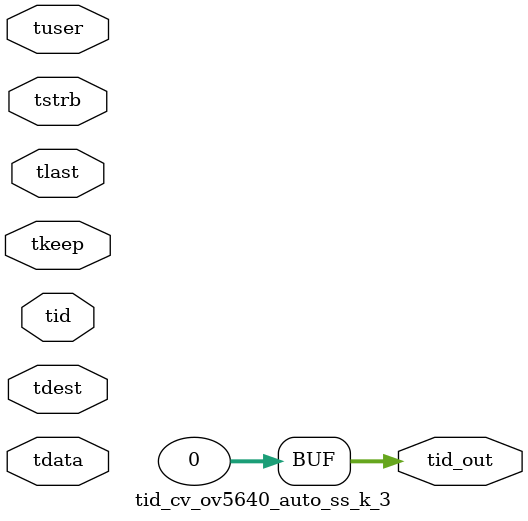
<source format=v>


`timescale 1ps/1ps

module tid_cv_ov5640_auto_ss_k_3 #
(
parameter C_S_AXIS_TID_WIDTH   = 1,
parameter C_S_AXIS_TUSER_WIDTH = 0,
parameter C_S_AXIS_TDATA_WIDTH = 0,
parameter C_S_AXIS_TDEST_WIDTH = 0,
parameter C_M_AXIS_TID_WIDTH   = 32
)
(
input  [(C_S_AXIS_TID_WIDTH   == 0 ? 1 : C_S_AXIS_TID_WIDTH)-1:0       ] tid,
input  [(C_S_AXIS_TDATA_WIDTH == 0 ? 1 : C_S_AXIS_TDATA_WIDTH)-1:0     ] tdata,
input  [(C_S_AXIS_TUSER_WIDTH == 0 ? 1 : C_S_AXIS_TUSER_WIDTH)-1:0     ] tuser,
input  [(C_S_AXIS_TDEST_WIDTH == 0 ? 1 : C_S_AXIS_TDEST_WIDTH)-1:0     ] tdest,
input  [(C_S_AXIS_TDATA_WIDTH/8)-1:0 ] tkeep,
input  [(C_S_AXIS_TDATA_WIDTH/8)-1:0 ] tstrb,
input                                                                    tlast,
output [(C_M_AXIS_TID_WIDTH   == 0 ? 1 : C_M_AXIS_TID_WIDTH)-1:0       ] tid_out
);

assign tid_out = {1'b0};

endmodule


</source>
